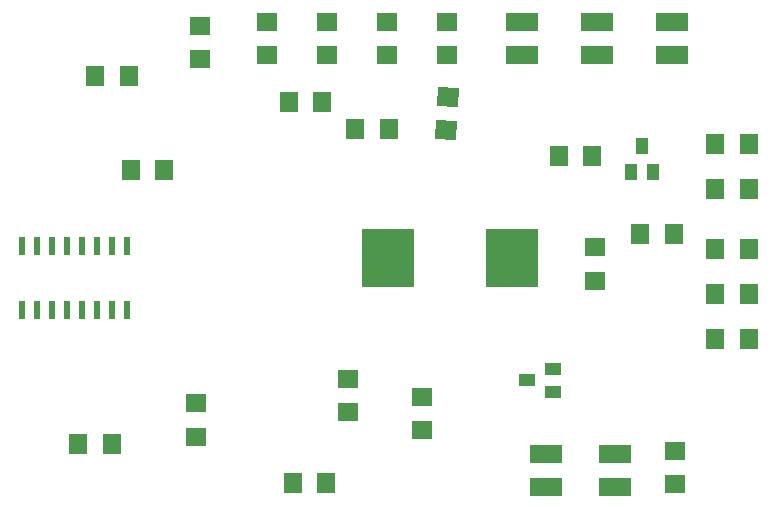
<source format=gbr>
G04 EAGLE Gerber RS-274X export*
G75*
%MOMM*%
%FSLAX34Y34*%
%LPD*%
%INSolderpaste Top*%
%IPPOS*%
%AMOC8*
5,1,8,0,0,1.08239X$1,22.5*%
G01*
%ADD10R,1.800000X1.600000*%
%ADD11R,2.700000X1.600000*%
%ADD12R,1.600000X1.800000*%
%ADD13R,1.400000X1.000000*%
%ADD14R,4.500000X5.000000*%
%ADD15R,1.803000X1.600000*%
%ADD16R,1.600000X1.803000*%
%ADD17R,0.532600X1.493000*%
%ADD18R,1.000000X1.400000*%


D10*
X304800Y420400D03*
X304800Y392400D03*
D11*
X469900Y420400D03*
X469900Y392400D03*
X533400Y420400D03*
X533400Y392400D03*
X596900Y420400D03*
X596900Y392400D03*
X548800Y54400D03*
X548800Y26400D03*
X490300Y54400D03*
X490300Y26400D03*
D10*
X385600Y103300D03*
X385600Y75300D03*
X322800Y117900D03*
X322800Y89900D03*
D12*
X139100Y295100D03*
X167100Y295100D03*
X501700Y307100D03*
X529700Y307100D03*
G36*
X397738Y349379D02*
X398603Y365355D01*
X416576Y364381D01*
X415711Y348405D01*
X397738Y349379D01*
G37*
G36*
X396224Y321419D02*
X397089Y337395D01*
X415062Y336421D01*
X414197Y320445D01*
X396224Y321419D01*
G37*
X272700Y352900D03*
X300700Y352900D03*
D13*
X474700Y117000D03*
X496700Y126500D03*
X496700Y107500D03*
D14*
X356280Y221060D03*
X461280Y221060D03*
D15*
X406400Y392180D03*
X406400Y420620D03*
X193760Y97960D03*
X193760Y69520D03*
X254000Y392180D03*
X254000Y420620D03*
D16*
X357120Y330200D03*
X328680Y330200D03*
D15*
X531800Y201180D03*
X531800Y229620D03*
X197800Y389000D03*
X197800Y417440D03*
D16*
X276060Y30240D03*
X304500Y30240D03*
X122900Y63260D03*
X94460Y63260D03*
X108580Y374800D03*
X137020Y374800D03*
D15*
X355600Y392180D03*
X355600Y420620D03*
D17*
X46450Y176577D03*
X59150Y176577D03*
X71850Y176577D03*
X84550Y176577D03*
X97250Y176577D03*
X109950Y176577D03*
X122650Y176577D03*
X135350Y176577D03*
X135350Y230623D03*
X122650Y230623D03*
X109950Y230623D03*
X97250Y230623D03*
X84550Y230623D03*
X71850Y230623D03*
X59150Y230623D03*
X46450Y230623D03*
D10*
X599600Y29100D03*
X599600Y57100D03*
D18*
X571500Y315800D03*
X581000Y293800D03*
X562000Y293800D03*
D16*
X661920Y317500D03*
X633480Y317500D03*
X661920Y279400D03*
X633480Y279400D03*
X661920Y228600D03*
X633480Y228600D03*
X661920Y190500D03*
X633480Y190500D03*
X661920Y152400D03*
X633480Y152400D03*
X598420Y241300D03*
X569980Y241300D03*
M02*

</source>
